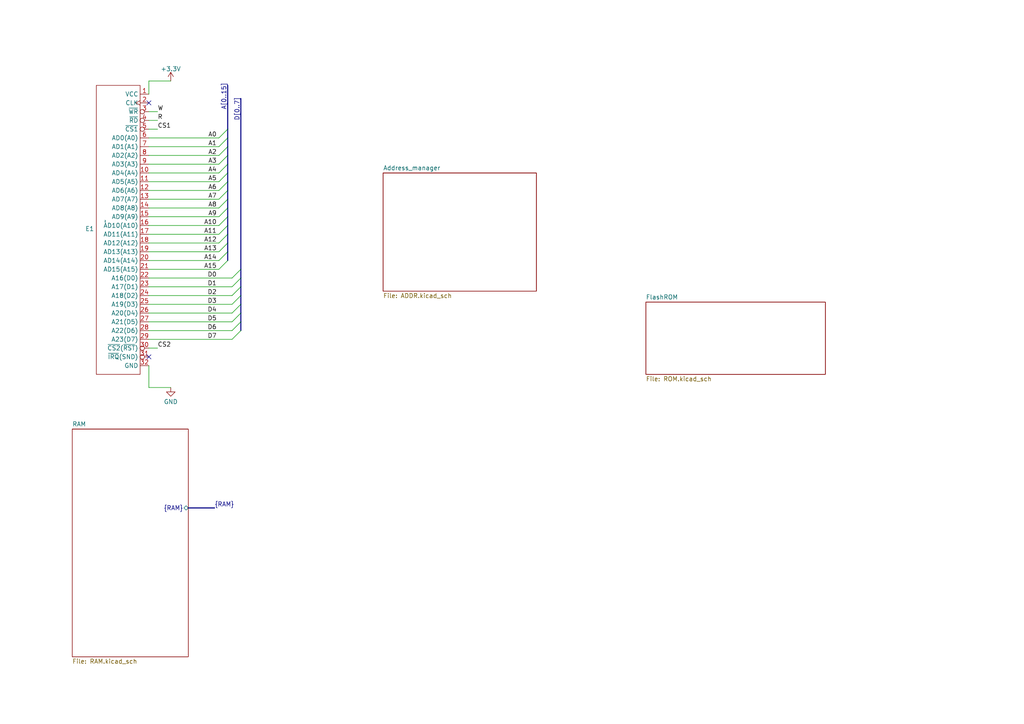
<source format=kicad_sch>
(kicad_sch (version 20230121) (generator eeschema)
  (paper "A4")
  (lib_symbols
    (symbol "AGB_cart:Cart"
      (property "Reference" "E" (at 0 -1.27 0))
      (symbol "Cart_0_1"
        (rectangle (start -39.37 10.16) (end 44.45 -2.54))
      )
      (symbol "Cart_1_1"
        (pin power_out line (at -36.83 12.7 270) (length 2.54) (name "VCC") (number "1"))
        (pin bidirectional line (at -13.97 12.7 270) (length 2.54) (name "AD4(A4)") (number "10"))
        (pin bidirectional line (at -11.43 12.7 270) (length 2.54) (name "AD5(A5)") (number "11"))
        (pin bidirectional line (at -8.89 12.7 270) (length 2.54) (name "AD6(A6)") (number "12"))
        (pin bidirectional line (at -6.35 12.7 270) (length 2.54) (name "AD7(A7)") (number "13"))
        (pin bidirectional line (at -3.81 12.7 270) (length 2.54) (name "AD8(A8)") (number "14"))
        (pin bidirectional line (at -1.27 12.7 270) (length 2.54) (name "AD9(A9)") (number "15"))
        (pin bidirectional line (at 1.27 12.7 270) (length 2.54) (name "AD10(A10)") (number "16"))
        (pin bidirectional line (at 3.81 12.7 270) (length 2.54) (name "AD11(A11)") (number "17"))
        (pin bidirectional line (at 6.35 12.7 270) (length 2.54) (name "AD12(A12)") (number "18"))
        (pin bidirectional line (at 8.89 12.7 270) (length 2.54) (name "AD13(A13)") (number "19"))
        (pin output clock (at -34.29 12.7 270) (length 2.54) (name "CLK~{}") (number "2"))
        (pin bidirectional line (at 11.43 12.7 270) (length 2.54) (name "AD14(A14)") (number "20"))
        (pin bidirectional line (at 13.97 12.7 270) (length 2.54) (name "AD15(A15)") (number "21"))
        (pin bidirectional line (at 16.51 12.7 270) (length 2.54) (name "A16(D0)") (number "22"))
        (pin bidirectional line (at 19.05 12.7 270) (length 2.54) (name "A17(D1)") (number "23"))
        (pin bidirectional line (at 21.59 12.7 270) (length 2.54) (name "A18(D2)") (number "24"))
        (pin bidirectional line (at 24.13 12.7 270) (length 2.54) (name "A19(D3)") (number "25"))
        (pin bidirectional line (at 26.67 12.7 270) (length 2.54) (name "A20(D4)") (number "26"))
        (pin bidirectional line (at 29.21 12.7 270) (length 2.54) (name "A21(D5)") (number "27"))
        (pin bidirectional line (at 31.75 12.7 270) (length 2.54) (name "A22(D6)") (number "28"))
        (pin bidirectional line (at 34.29 12.7 270) (length 2.54) (name "A23(D7)") (number "29"))
        (pin output inverted (at -31.75 12.7 270) (length 2.54) (name "~{WR}") (number "3"))
        (pin output inverted (at 36.83 12.7 270) (length 2.54) (name "~{CS2}(~{RST})") (number "30"))
        (pin output inverted (at 39.37 12.7 270) (length 2.54) (name "~{IRQ}(SND)") (number "31"))
        (pin power_out line (at 41.91 12.7 270) (length 2.54) (name "GND") (number "32"))
        (pin output inverted (at -29.21 12.7 270) (length 2.54) (name "~{RD}") (number "4"))
        (pin output inverted (at -26.67 12.7 270) (length 2.54) (name "~{CS1}") (number "5"))
        (pin bidirectional line (at -24.13 12.7 270) (length 2.54) (name "AD0(A0)") (number "6"))
        (pin bidirectional line (at -21.59 12.7 270) (length 2.54) (name "AD1(A1)") (number "7"))
        (pin bidirectional line (at -19.05 12.7 270) (length 2.54) (name "AD2(A2)") (number "8"))
        (pin bidirectional line (at -16.51 12.7 270) (length 2.54) (name "AD3(A3)") (number "9"))
      )
    )
    (symbol "power:+3.3V" (power) (pin_names (offset 0))
      (property "Value" "+3.3V" (at 0 3.556 0))
      (symbol "+3.3V_0_1"
        (polyline (pts (xy -0.762 1.27) (xy 0 2.54)))
        (polyline (pts (xy 0 0) (xy 0 2.54)))
        (polyline (pts (xy 0 2.54) (xy 0.762 1.27)))
      )
      (symbol "+3.3V_1_1"
        (pin power_in line (at 0 0 90) (length 0) hide (name "+3.3V") (number "1"))
      )
    )
    (symbol "power:GND" (power) (pin_names (offset 0))
      (property "Value" "GND" (at 0 -3.81 0))
      (symbol "GND_0_1"
        (polyline (pts (xy 0 0) (xy 0 -1.27) (xy 1.27 -1.27) (xy 0 -2.54) (xy -1.27 -1.27) (xy 0 -1.27)))
      )
      (symbol "GND_1_1"
        (pin power_in line (at 0 0 270) (length 0) hide (name "GND") (number "1"))
      )
    )
  )
  (bus_alias "RAM" (members "A[0..15]" "D[0..7]" "W" "R" "CS2"))
  (bus_alias "ROM" (members "W" "R" "CS1" "A[0..15]" "D[0..7]"))
  (no_connect (at 43.18 103.505))
  (no_connect (at 43.18 29.845))
  (bus_entry (at 66.04 67.945) (size -2.54 2.54))
  (bus_entry (at 69.85 83.185) (size -2.54 2.54))
  (bus_entry (at 66.04 42.545) (size -2.54 2.54))
  (bus_entry (at 66.04 62.865) (size -2.54 2.54))
  (bus_entry (at 69.85 85.725) (size -2.54 2.54))
  (bus_entry (at 66.04 57.785) (size -2.54 2.54))
  (bus_entry (at 66.04 45.085) (size -2.54 2.54))
  (bus_entry (at 69.85 93.345) (size -2.54 2.54))
  (bus_entry (at 66.04 50.165) (size -2.54 2.54))
  (bus_entry (at 66.04 52.705) (size -2.54 2.54))
  (bus_entry (at 69.85 78.105) (size -2.54 2.54))
  (bus_entry (at 66.04 55.245) (size -2.54 2.54))
  (bus_entry (at 66.04 37.465) (size -2.54 2.54))
  (bus_entry (at 69.85 90.805) (size -2.54 2.54))
  (bus_entry (at 69.85 80.645) (size -2.54 2.54))
  (bus_entry (at 66.04 75.565) (size -2.54 2.54))
  (bus_entry (at 66.04 65.405) (size -2.54 2.54))
  (bus_entry (at 69.85 88.265) (size -2.54 2.54))
  (bus_entry (at 66.04 60.325) (size -2.54 2.54))
  (bus_entry (at 66.04 40.005) (size -2.54 2.54))
  (bus_entry (at 66.04 47.625) (size -2.54 2.54))
  (bus_entry (at 66.04 73.025) (size -2.54 2.54))
  (bus_entry (at 66.04 70.485) (size -2.54 2.54))
  (bus_entry (at 69.85 95.885) (size -2.54 2.54))
  (wire (pts (xy 45.72 37.465) (xy 43.18 37.465)))
  (bus (pts (xy 69.85 88.265) (xy 69.85 85.725)))
  (bus (pts (xy 69.85 80.645) (xy 69.85 78.105)))
  (wire (pts (xy 63.5 67.945) (xy 43.18 67.945)))
  (wire (pts (xy 63.5 47.625) (xy 43.18 47.625)))
  (wire (pts (xy 43.18 27.305) (xy 43.18 23.495)))
  (wire (pts (xy 45.72 34.925) (xy 43.18 34.925)))
  (wire (pts (xy 67.31 88.265) (xy 43.18 88.265)))
  (wire (pts (xy 67.31 95.885) (xy 43.18 95.885)))
  (wire (pts (xy 49.53 112.395) (xy 43.18 112.395)))
  (bus (pts (xy 66.04 40.005) (xy 66.04 37.465)))
  (bus (pts (xy 66.04 67.945) (xy 66.04 65.405)))
  (wire (pts (xy 63.5 78.105) (xy 43.18 78.105)))
  (wire (pts (xy 63.5 62.865) (xy 43.18 62.865)))
  (wire (pts (xy 67.31 90.805) (xy 43.18 90.805)))
  (wire (pts (xy 67.31 98.425) (xy 43.18 98.425)))
  (wire (pts (xy 45.72 32.385) (xy 43.18 32.385)))
  (wire (pts (xy 63.5 75.565) (xy 43.18 75.565)))
  (wire (pts (xy 43.18 112.395) (xy 43.18 106.045)))
  (wire (pts (xy 63.5 65.405) (xy 43.18 65.405)))
  (bus (pts (xy 66.04 37.465) (xy 66.04 24.765)))
  (wire (pts (xy 63.5 55.245) (xy 43.18 55.245)))
  (bus (pts (xy 54.61 147.32) (xy 62.23 147.32)))
  (bus (pts (xy 66.04 42.545) (xy 66.04 40.005)))
  (bus (pts (xy 69.85 28.575) (xy 69.85 78.105)))
  (bus (pts (xy 69.85 93.345) (xy 69.85 90.805)))
  (bus (pts (xy 66.04 52.705) (xy 66.04 50.165)))
  (wire (pts (xy 63.5 40.005) (xy 43.18 40.005)))
  (wire (pts (xy 67.31 93.345) (xy 43.18 93.345)))
  (bus (pts (xy 69.85 83.185) (xy 69.85 80.645)))
  (bus (pts (xy 69.85 95.885) (xy 69.85 93.345)))
  (bus (pts (xy 66.04 45.085) (xy 66.04 42.545)))
  (bus (pts (xy 69.85 85.725) (xy 69.85 83.185)))
  (bus (pts (xy 66.04 73.025) (xy 66.04 70.485)))
  (wire (pts (xy 63.5 42.545) (xy 43.18 42.545)))
  (bus (pts (xy 66.04 50.165) (xy 66.04 47.625)))
  (wire (pts (xy 67.31 83.185) (xy 43.18 83.185)))
  (bus (pts (xy 66.04 57.785) (xy 66.04 55.245)))
  (bus (pts (xy 66.04 75.565) (xy 66.04 73.025)))
  (wire (pts (xy 63.5 45.085) (xy 43.18 45.085)))
  (wire (pts (xy 67.31 85.725) (xy 43.18 85.725)))
  (wire (pts (xy 63.5 73.025) (xy 43.18 73.025)))
  (bus (pts (xy 69.85 90.805) (xy 69.85 88.265)))
  (bus (pts (xy 66.04 55.245) (xy 66.04 52.705)))
  (bus (pts (xy 66.04 47.625) (xy 66.04 45.085)))
  (bus (pts (xy 66.04 65.405) (xy 66.04 62.865)))
  (bus (pts (xy 66.04 70.485) (xy 66.04 67.945)))
  (wire (pts (xy 63.5 52.705) (xy 43.18 52.705)))
  (wire (pts (xy 63.5 70.485) (xy 43.18 70.485)))
  (wire (pts (xy 67.31 80.645) (xy 43.18 80.645)))
  (wire (pts (xy 63.5 60.325) (xy 43.18 60.325)))
  (wire (pts (xy 63.5 57.785) (xy 43.18 57.785)))
  (bus (pts (xy 66.04 60.325) (xy 66.04 57.785)))
  (bus (pts (xy 66.04 62.865) (xy 66.04 60.325)))
  (wire (pts (xy 43.18 23.495) (xy 49.53 23.495)))
  (wire (pts (xy 45.72 100.965) (xy 43.18 100.965)))
  (wire (pts (xy 63.5 50.165) (xy 43.18 50.165)))
  (label "D6" (at 62.865 95.885 180))
  (label "A11" (at 62.865 67.945 180))
  (label "A13" (at 62.865 73.025 180))
  (label "A15" (at 62.865 78.105 180))
  (label "A10" (at 62.865 65.405 180))
  (label "R" (at 45.72 34.925 0))
  (label "W" (at 45.72 32.385 0))
  (label "D7" (at 62.865 98.425 180))
  (label "A0" (at 62.865 40.005 180))
  (label "D2" (at 62.865 85.725 180))
  (label "D4" (at 62.865 90.805 180))
  (label "A9" (at 62.865 62.865 180))
  (label "A4" (at 62.865 50.165 180))
  (label "D0" (at 62.865 80.645 180))
  (label "A[0..15]" (at 66.04 31.75 90))
  (label "D1" (at 62.865 83.185 180))
  (label "{RAM}" (at 62.23 147.32 0))
  (label "D3" (at 62.865 88.265 180))
  (label "A1" (at 62.865 42.545 180))
  (label "A7" (at 62.865 57.785 180))
  (label "D5" (at 62.865 93.345 180))
  (label "D[0..7]" (at 69.85 34.925 90))
  (label "A6" (at 62.865 55.245 180))
  (label "A3" (at 62.865 47.625 180))
  (label "A5" (at 62.865 52.705 180))
  (label "A14" (at 62.865 75.565 180))
  (label "CS2" (at 45.72 100.965 0))
  (label "A8" (at 62.865 60.325 180))
  (label "A12" (at 62.865 70.485 180))
  (label "CS1" (at 45.72 37.465 0))
  (label "A2" (at 62.865 45.085 180))
  (symbol (lib_id "power:GND") (at 49.53 112.395 0) (mirror y) (unit 1)
    (property "Reference" "#PWR02" (effects hide))
    (property "Value" "GND" (at 49.53 116.5305 0))
  )
  (symbol (lib_id "power:+3.3V") (at 49.53 23.495 0) (mirror y) (unit 1)
    (property "Reference" "#PWR01" (effects hide))
    (property "Value" "+3.3V" (at 49.53 19.9931 0))
  )
  (symbol (lib_id "AGB_cart:Cart") (at 30.48 64.135 270) (unit 1)
    (property "Reference" "E1" (at 27.305 66.3582 90) (effects (justify right)))
    (property "Value" "~" (at 30.48 64.135 0))
  )
  (sheet (at 111.125 50.165) (size 44.45 34.29) (stroke (width 0.1524))
    (property "Sheetname" "Address_manager" (at 111.125 49.4534 0) (effects (justify left bottom)))
    (property "Sheetfile" "ADDR.kicad_sch" (at 111.125 85.0396 0) (effects (justify left top)))
  )
  (sheet (at 187.325 87.63) (size 52.07 20.955) (stroke (width 0.1524))
    (property "Sheetname" "FlashROM" (at 187.325 86.9184 0) (effects (justify left bottom)))
    (property "Sheetfile" "ROM.kicad_sch" (at 187.325 109.1696 0) (effects (justify left top)))
  )
  (sheet (at 20.955 124.46) (size 33.655 66.04) (stroke (width 0.1524))
    (property "Sheetname" "RAM" (at 20.955 123.7484 0) (effects (justify left bottom)))
    (property "Sheetfile" "RAM.kicad_sch" (at 20.955 191.0846 0) (effects (justify left top)))
    (pin "{RAM}" bidirectional (at 54.61 147.32 0))
  )
)
</source>
